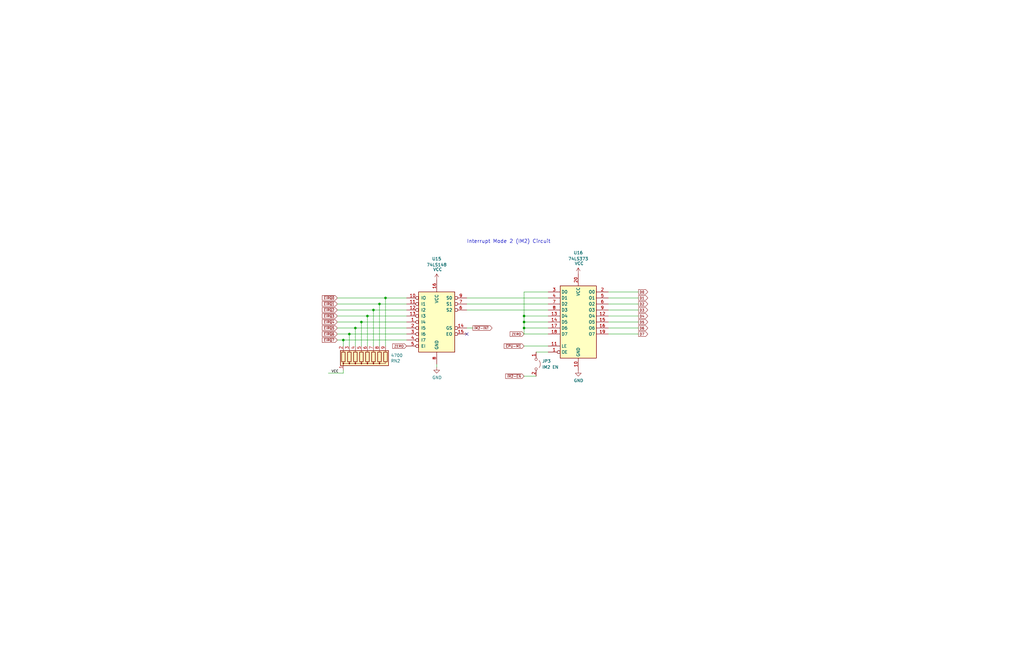
<source format=kicad_sch>
(kicad_sch (version 20211123) (generator eeschema)
  (paper "B")
  (lib_symbols
    (symbol "74xx:74LS148" (pin_names (offset 1.016))
      (property "Reference" "U" (at -7.62 13.97 0))
      (property "Value" "74LS148" (at -7.62 -13.97 0))
      (symbol "74LS148_1_0"
        (pin input inverted (at -12.7 0 0) (length 5.08) (name "I4") (number "1"))
        (pin input inverted (at -12.7 10.16 0) (length 5.08) (name "IO") (number "10"))
        (pin input inverted (at -12.7 7.62 0) (length 5.08) (name "I1") (number "11"))
        (pin input inverted (at -12.7 5.08 0) (length 5.08) (name "I2") (number "12"))
        (pin input inverted (at -12.7 2.54 0) (length 5.08) (name "I3") (number "13"))
        (pin output inverted (at 12.7 -2.54 180) (length 5.08) (name "GS") (number "14"))
        (pin output inverted (at 12.7 -5.08 180) (length 5.08) (name "EO") (number "15"))
        (pin power_in line (at 0 17.78 270) (length 5.08) (name "VCC") (number "16"))
        (pin input inverted (at -12.7 -2.54 0) (length 5.08) (name "I5") (number "2"))
        (pin input inverted (at -12.7 -5.08 0) (length 5.08) (name "I6") (number "3"))
        (pin input inverted (at -12.7 -7.62 0) (length 5.08) (name "I7") (number "4"))
        (pin input inverted (at -12.7 -10.16 0) (length 5.08) (name "EI") (number "5"))
        (pin output inverted (at 12.7 5.08 180) (length 5.08) (name "S2") (number "6"))
        (pin output inverted (at 12.7 7.62 180) (length 5.08) (name "S1") (number "7"))
        (pin power_in line (at 0 -17.78 90) (length 5.08) (name "GND") (number "8"))
        (pin output inverted (at 12.7 10.16 180) (length 5.08) (name "S0") (number "9"))
      )
      (symbol "74LS148_1_1"
        (rectangle (start -7.62 12.7) (end 7.62 -12.7) (stroke (width 0.254)) (fill (type background)))
      )
    )
    (symbol "74xx:74LS373"
      (property "Reference" "U" (at -7.62 16.51 0))
      (property "Value" "74LS373" (at -7.62 -16.51 0))
      (symbol "74LS373_1_0"
        (pin input inverted (at -12.7 -12.7 0) (length 5.08) (name "OE") (number "1"))
        (pin power_in line (at 0 -20.32 90) (length 5.08) (name "GND") (number "10"))
        (pin input line (at -12.7 -10.16 0) (length 5.08) (name "LE") (number "11"))
        (pin tri_state line (at 12.7 2.54 180) (length 5.08) (name "O4") (number "12"))
        (pin input line (at -12.7 2.54 0) (length 5.08) (name "D4") (number "13"))
        (pin input line (at -12.7 0 0) (length 5.08) (name "D5") (number "14"))
        (pin tri_state line (at 12.7 0 180) (length 5.08) (name "O5") (number "15"))
        (pin tri_state line (at 12.7 -2.54 180) (length 5.08) (name "O6") (number "16"))
        (pin input line (at -12.7 -2.54 0) (length 5.08) (name "D6") (number "17"))
        (pin input line (at -12.7 -5.08 0) (length 5.08) (name "D7") (number "18"))
        (pin tri_state line (at 12.7 -5.08 180) (length 5.08) (name "O7") (number "19"))
        (pin tri_state line (at 12.7 12.7 180) (length 5.08) (name "O0") (number "2"))
        (pin power_in line (at 0 20.32 270) (length 5.08) (name "VCC") (number "20"))
        (pin input line (at -12.7 12.7 0) (length 5.08) (name "D0") (number "3"))
        (pin input line (at -12.7 10.16 0) (length 5.08) (name "D1") (number "4"))
        (pin tri_state line (at 12.7 10.16 180) (length 5.08) (name "O1") (number "5"))
        (pin tri_state line (at 12.7 7.62 180) (length 5.08) (name "O2") (number "6"))
        (pin input line (at -12.7 7.62 0) (length 5.08) (name "D2") (number "7"))
        (pin input line (at -12.7 5.08 0) (length 5.08) (name "D3") (number "8"))
        (pin tri_state line (at 12.7 5.08 180) (length 5.08) (name "O3") (number "9"))
      )
      (symbol "74LS373_1_1"
        (rectangle (start -7.62 15.24) (end 7.62 -15.24) (stroke (width 0.254)) (fill (type background)))
      )
    )
    (symbol "Jumper:Jumper_2_Open" (pin_names (offset 0) hide)
      (property "Reference" "JP" (at 0 2.794 0))
      (property "Value" "Jumper_2_Open" (at 0 -2.286 0))
      (symbol "Jumper_2_Open_0_0"
        (circle (center -2.032 0) (radius 0.508))
        (circle (center 2.032 0) (radius 0.508))
      )
      (symbol "Jumper_2_Open_0_1"
        (arc (start 1.524 1.27) (mid 0 1.778) (end -1.524 1.27))
      )
      (symbol "Jumper_2_Open_1_1"
        (pin passive line (at -5.08 0 0) (length 2.54) (name "A") (number "1"))
        (pin passive line (at 5.08 0 180) (length 2.54) (name "B") (number "2"))
      )
    )
    (symbol "power:GND" (power) (pin_names (offset 0))
      (property "Value" "GND" (at 0 -3.81 0))
      (symbol "GND_0_1"
        (polyline (pts (xy 0 0) (xy 0 -1.27) (xy 1.27 -1.27) (xy 0 -2.54) (xy -1.27 -1.27) (xy 0 -1.27)))
      )
      (symbol "GND_1_1"
        (pin power_in line (at 0 0 270) (length 0) hide (name "GND") (number "1"))
      )
    )
    (symbol "power:VCC" (power) (pin_names (offset 0))
      (property "Value" "VCC" (at 0 3.81 0))
      (symbol "VCC_0_1"
        (polyline (pts (xy -0.762 1.27) (xy 0 2.54)))
        (polyline (pts (xy 0 0) (xy 0 2.54)))
        (polyline (pts (xy 0 2.54) (xy 0.762 1.27)))
      )
      (symbol "VCC_1_1"
        (pin power_in line (at 0 0 90) (length 0) hide (name "VCC") (number "1"))
      )
    )
    (symbol "processor.Z80-rescue:R_Network08-device" (pin_names (offset 0) hide)
      (property "Reference" "RN" (at -12.7 0 90))
      (property "Value" "R_Network08-device" (at 10.16 0 90))
      (symbol "R_Network08-device_0_1"
        (rectangle (start -11.43 -3.175) (end 8.89 3.175) (stroke (width 0.254)) (fill (type background)))
        (rectangle (start -10.922 1.524) (end -9.398 -2.54) (stroke (width 0.254)))
        (circle (center -10.16 2.286) (radius 0.254) (fill (type outline)))
        (rectangle (start -8.382 1.524) (end -6.858 -2.54) (stroke (width 0.254)))
        (circle (center -7.62 2.286) (radius 0.254) (fill (type outline)))
        (rectangle (start -5.842 1.524) (end -4.318 -2.54) (stroke (width 0.254)))
        (circle (center -5.08 2.286) (radius 0.254) (fill (type outline)))
        (rectangle (start -3.302 1.524) (end -1.778 -2.54) (stroke (width 0.254)))
        (circle (center -2.54 2.286) (radius 0.254) (fill (type outline)))
        (rectangle (start -0.762 1.524) (end 0.762 -2.54) (stroke (width 0.254)))
        (polyline (pts (xy -10.16 -2.54) (xy -10.16 -3.81)))
        (polyline (pts (xy -7.62 -2.54) (xy -7.62 -3.81)))
        (polyline (pts (xy -5.08 -2.54) (xy -5.08 -3.81)))
        (polyline (pts (xy -2.54 -2.54) (xy -2.54 -3.81)))
        (polyline (pts (xy 0 -2.54) (xy 0 -3.81)))
        (polyline (pts (xy 2.54 -2.54) (xy 2.54 -3.81)))
        (polyline (pts (xy 5.08 -2.54) (xy 5.08 -3.81)))
        (polyline (pts (xy 7.62 -2.54) (xy 7.62 -3.81)))
        (polyline (pts (xy -10.16 1.524) (xy -10.16 2.286) (xy -7.62 2.286) (xy -7.62 1.524)))
        (polyline (pts (xy -7.62 1.524) (xy -7.62 2.286) (xy -5.08 2.286) (xy -5.08 1.524)))
        (polyline (pts (xy -5.08 1.524) (xy -5.08 2.286) (xy -2.54 2.286) (xy -2.54 1.524)))
        (polyline (pts (xy -2.54 1.524) (xy -2.54 2.286) (xy 0 2.286) (xy 0 1.524)))
        (polyline (pts (xy 0 1.524) (xy 0 2.286) (xy 2.54 2.286) (xy 2.54 1.524)))
        (polyline (pts (xy 2.54 1.524) (xy 2.54 2.286) (xy 5.08 2.286) (xy 5.08 1.524)))
        (polyline (pts (xy 5.08 1.524) (xy 5.08 2.286) (xy 7.62 2.286) (xy 7.62 1.524)))
        (circle (center 0 2.286) (radius 0.254) (fill (type outline)))
        (rectangle (start 1.778 1.524) (end 3.302 -2.54) (stroke (width 0.254)))
        (circle (center 2.54 2.286) (radius 0.254) (fill (type outline)))
        (rectangle (start 4.318 1.524) (end 5.842 -2.54) (stroke (width 0.254)))
        (circle (center 5.08 2.286) (radius 0.254) (fill (type outline)))
        (rectangle (start 6.858 1.524) (end 8.382 -2.54) (stroke (width 0.254)))
      )
      (symbol "R_Network08-device_1_1"
        (pin passive line (at -10.16 5.08 270) (length 2.54) (name "common") (number "1"))
        (pin passive line (at -10.16 -5.08 90) (length 1.27) (name "R1") (number "2"))
        (pin passive line (at -7.62 -5.08 90) (length 1.27) (name "R2") (number "3"))
        (pin passive line (at -5.08 -5.08 90) (length 1.27) (name "R3") (number "4"))
        (pin passive line (at -2.54 -5.08 90) (length 1.27) (name "R4") (number "5"))
        (pin passive line (at 0 -5.08 90) (length 1.27) (name "R5") (number "6"))
        (pin passive line (at 2.54 -5.08 90) (length 1.27) (name "R6") (number "7"))
        (pin passive line (at 5.08 -5.08 90) (length 1.27) (name "R7") (number "8"))
        (pin passive line (at 7.62 -5.08 90) (length 1.27) (name "R8") (number "9"))
      )
    )
  )
  (junction (at 220.98 135.89))
  (junction (at 162.56 125.73))
  (junction (at 220.98 138.43))
  (junction (at 157.48 130.81))
  (junction (at 154.94 133.35))
  (junction (at 149.86 138.43))
  (junction (at 144.78 143.51))
  (junction (at 220.98 133.35))
  (junction (at 147.32 140.97))
  (junction (at 152.4 135.89))
  (junction (at 160.02 128.27))
  (no_connect (at 196.85 140.97))
  (wire (pts (xy 256.54 135.89) (xy 269.24 135.89)))
  (wire (pts (xy 220.98 135.89) (xy 231.14 135.89)))
  (wire (pts (xy 142.24 125.73) (xy 162.56 125.73)))
  (wire (pts (xy 220.98 133.35) (xy 231.14 133.35)))
  (wire (pts (xy 231.14 123.19) (xy 220.98 123.19)))
  (wire (pts (xy 220.98 138.43) (xy 231.14 138.43)))
  (wire (pts (xy 154.94 133.35) (xy 142.24 133.35)))
  (wire (pts (xy 220.98 146.05) (xy 231.14 146.05)))
  (wire (pts (xy 162.56 146.05) (xy 162.56 125.73)))
  (wire (pts (xy 226.06 148.59) (xy 231.14 148.59)))
  (wire (pts (xy 220.98 138.43) (xy 220.98 140.97)))
  (wire (pts (xy 220.98 133.35) (xy 220.98 135.89)))
  (wire (pts (xy 144.78 157.48) (xy 138.43 157.48)))
  (wire (pts (xy 154.94 146.05) (xy 154.94 133.35)))
  (wire (pts (xy 220.98 135.89) (xy 220.98 138.43)))
  (wire (pts (xy 196.85 128.27) (xy 231.14 128.27)))
  (wire (pts (xy 256.54 138.43) (xy 269.24 138.43)))
  (wire (pts (xy 226.06 158.75) (xy 220.98 158.75)))
  (wire (pts (xy 149.86 146.05) (xy 149.86 138.43)))
  (wire (pts (xy 256.54 123.19) (xy 269.24 123.19)))
  (wire (pts (xy 256.54 128.27) (xy 269.24 128.27)))
  (wire (pts (xy 196.85 130.81) (xy 231.14 130.81)))
  (wire (pts (xy 220.98 123.19) (xy 220.98 133.35)))
  (wire (pts (xy 152.4 135.89) (xy 142.24 135.89)))
  (wire (pts (xy 171.45 135.89) (xy 152.4 135.89)))
  (wire (pts (xy 171.45 138.43) (xy 149.86 138.43)))
  (wire (pts (xy 149.86 138.43) (xy 142.24 138.43)))
  (wire (pts (xy 157.48 130.81) (xy 142.24 130.81)))
  (wire (pts (xy 142.24 128.27) (xy 160.02 128.27)))
  (wire (pts (xy 196.85 125.73) (xy 231.14 125.73)))
  (wire (pts (xy 171.45 140.97) (xy 147.32 140.97)))
  (wire (pts (xy 157.48 146.05) (xy 157.48 130.81)))
  (wire (pts (xy 144.78 146.05) (xy 144.78 143.51)))
  (wire (pts (xy 184.15 153.67) (xy 184.15 154.94)))
  (wire (pts (xy 162.56 125.73) (xy 171.45 125.73)))
  (wire (pts (xy 160.02 128.27) (xy 171.45 128.27)))
  (wire (pts (xy 256.54 125.73) (xy 269.24 125.73)))
  (wire (pts (xy 196.85 138.43) (xy 199.39 138.43)))
  (wire (pts (xy 220.98 140.97) (xy 231.14 140.97)))
  (wire (pts (xy 152.4 146.05) (xy 152.4 135.89)))
  (wire (pts (xy 144.78 143.51) (xy 142.24 143.51)))
  (wire (pts (xy 147.32 146.05) (xy 147.32 140.97)))
  (wire (pts (xy 147.32 140.97) (xy 142.24 140.97)))
  (wire (pts (xy 160.02 146.05) (xy 160.02 128.27)))
  (wire (pts (xy 171.45 143.51) (xy 144.78 143.51)))
  (wire (pts (xy 256.54 130.81) (xy 269.24 130.81)))
  (wire (pts (xy 171.45 130.81) (xy 157.48 130.81)))
  (wire (pts (xy 171.45 133.35) (xy 154.94 133.35)))
  (wire (pts (xy 144.78 156.21) (xy 144.78 157.48)))
  (wire (pts (xy 256.54 133.35) (xy 269.24 133.35)))
  (wire (pts (xy 256.54 140.97) (xy 269.24 140.97)))
  (text "Interrupt Mode 2 (IM2) Circuit" (at 196.85 102.87 0) (effects (font (size 1.524 1.524)) (justify left bottom)))
  (label "VCC" (at 139.7 157.48 0) (effects (font (size 1.016 1.016))))
  (global_label "D3" (shape output) (at 269.24 130.81 0) (effects (font (size 1.016 1.016))) (property "Intersheet References" "${INTERSHEET_REFS}" (effects hide)))
  (global_label "~{IM2-INT}" (shape output) (at 199.39 138.43 0) (effects (font (size 1.016 1.016))) (property "Intersheet References" "${INTERSHEET_REFS}" (effects hide)))
  (global_label "D6" (shape output) (at 269.24 138.43 0) (effects (font (size 1.016 1.016))) (property "Intersheet References" "${INTERSHEET_REFS}" (effects hide)))
  (global_label "~{EIRQ2}" (shape input) (at 142.24 130.81 180) (effects (font (size 1.016 1.016))) (property "Intersheet References" "${INTERSHEET_REFS}" (effects hide)))
  (global_label "~{EIRQ3}" (shape input) (at 142.24 133.35 180) (effects (font (size 1.016 1.016))) (property "Intersheet References" "${INTERSHEET_REFS}" (effects hide)))
  (global_label "ZERO" (shape input) (at 171.45 146.05 180) (effects (font (size 1.016 1.016))) (property "Intersheet References" "${INTERSHEET_REFS}" (effects hide)))
  (global_label "D2" (shape output) (at 269.24 128.27 0) (effects (font (size 1.016 1.016))) (property "Intersheet References" "${INTERSHEET_REFS}" (effects hide)))
  (global_label "~{EIRQ6}" (shape input) (at 142.24 140.97 180) (effects (font (size 1.016 1.016))) (property "Intersheet References" "${INTERSHEET_REFS}" (effects hide)))
  (global_label "D5" (shape output) (at 269.24 135.89 0) (effects (font (size 1.016 1.016))) (property "Intersheet References" "${INTERSHEET_REFS}" (effects hide)))
  (global_label "~{EIRQ0}" (shape input) (at 142.24 125.73 180) (effects (font (size 1.016 1.016))) (property "Intersheet References" "${INTERSHEET_REFS}" (effects hide)))
  (global_label "D7" (shape output) (at 269.24 140.97 0) (effects (font (size 1.016 1.016))) (property "Intersheet References" "${INTERSHEET_REFS}" (effects hide)))
  (global_label "D0" (shape output) (at 269.24 123.19 0) (effects (font (size 1.016 1.016))) (property "Intersheet References" "${INTERSHEET_REFS}" (effects hide)))
  (global_label "ZERO" (shape input) (at 220.98 140.97 180) (effects (font (size 1.016 1.016))) (property "Intersheet References" "${INTERSHEET_REFS}" (effects hide)))
  (global_label "~{EIRQ7}" (shape input) (at 142.24 143.51 180) (effects (font (size 1.016 1.016))) (property "Intersheet References" "${INTERSHEET_REFS}" (effects hide)))
  (global_label "D4" (shape output) (at 269.24 133.35 0) (effects (font (size 1.016 1.016))) (property "Intersheet References" "${INTERSHEET_REFS}" (effects hide)))
  (global_label "~{IM2-EN}" (shape input) (at 220.98 158.75 180) (effects (font (size 1.016 1.016))) (property "Intersheet References" "${INTERSHEET_REFS}" (effects hide)))
  (global_label "~{EIRQ1}" (shape input) (at 142.24 128.27 180) (effects (font (size 1.016 1.016))) (property "Intersheet References" "${INTERSHEET_REFS}" (effects hide)))
  (global_label "~{CPU-M1}" (shape input) (at 220.98 146.05 180) (effects (font (size 1.016 1.016))) (property "Intersheet References" "${INTERSHEET_REFS}" (effects hide)))
  (global_label "D1" (shape output) (at 269.24 125.73 0) (effects (font (size 1.016 1.016))) (property "Intersheet References" "${INTERSHEET_REFS}" (effects hide)))
  (global_label "~{EIRQ5}" (shape input) (at 142.24 138.43 180) (effects (font (size 1.016 1.016))) (property "Intersheet References" "${INTERSHEET_REFS}" (effects hide)))
  (global_label "~{EIRQ4}" (shape input) (at 142.24 135.89 180) (effects (font (size 1.016 1.016))) (property "Intersheet References" "${INTERSHEET_REFS}" (effects hide)))
  (symbol (lib_id "processor.Z80-rescue:R_Network08-device") (at 154.94 151.13 0) (mirror x) (unit 1)
    (property "Reference" "RN2" (at 164.7952 152.2984 0) (effects (justify left)))
    (property "Value" "4700" (at 164.7952 149.987 0) (effects (justify left)))
    (property "Footprint" "Resistor_THT:R_Array_SIP9" (effects hide))
    (property "Datasheet" "http://www.vishay.com/docs/31509/csc.pdf" (effects hide))
  )
  (symbol (lib_id "power:GND") (at 243.84 156.21 0) (unit 1)
    (property "Reference" "#PWR0137" (effects hide))
    (property "Value" "GND" (at 243.967 160.6042 0))
  )
  (symbol (lib_id "power:GND") (at 184.15 154.94 0) (unit 1)
    (property "Reference" "#PWR0138" (effects hide))
    (property "Value" "GND" (at 184.277 159.3342 0))
  )
  (symbol (lib_id "power:VCC") (at 184.15 118.11 0) (unit 1)
    (property "Reference" "#PWR0139" (effects hide))
    (property "Value" "VCC" (at 184.531 113.7158 0))
  )
  (symbol (lib_id "power:VCC") (at 243.84 115.57 0) (unit 1)
    (property "Reference" "#PWR0140" (effects hide))
    (property "Value" "VCC" (at 244.221 111.1758 0))
  )
  (symbol (lib_id "74xx:74LS373") (at 243.84 135.89 0) (unit 1)
    (property "Reference" "U16" (at 243.84 106.68 0))
    (property "Value" "74LS373" (at 243.84 109.22 0))
    (property "Footprint" "Package_DIP:DIP-20_W7.62mm" (effects hide))
    (property "Datasheet" "http://www.ti.com/lit/gpn/sn74LS373" (effects hide))
  )
  (symbol (lib_id "74xx:74LS148") (at 184.15 135.89 0) (unit 1)
    (property "Reference" "U15" (at 184.15 109.22 0))
    (property "Value" "74LS148" (at 184.15 111.76 0))
    (property "Footprint" "Package_DIP:DIP-16_W7.62mm" (effects hide))
    (property "Datasheet" "http://www.ti.com/lit/gpn/sn74LS148" (effects hide))
  )
  (symbol (lib_id "Jumper:Jumper_2_Open") (at 226.06 153.67 270) (unit 1)
    (property "Reference" "JP3" (at 228.6 152.3999 90) (effects (justify left)))
    (property "Value" "IM2 EN" (at 228.6 154.9399 90) (effects (justify left)))
    (property "Footprint" "Connector_PinHeader_2.54mm:PinHeader_1x02_P2.54mm_Vertical" (effects hide))
  )
)
</source>
